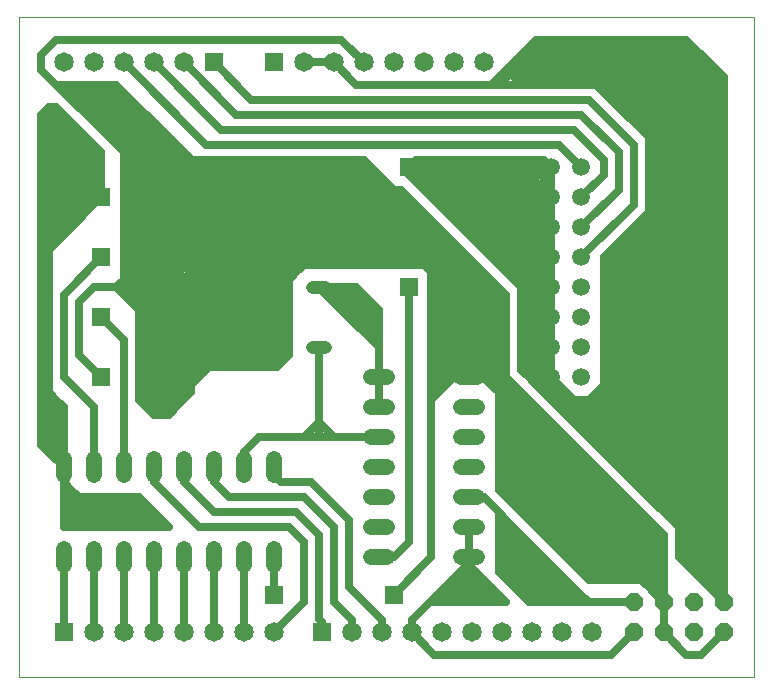
<source format=gbr>
G04 EAGLE Gerber RS-274X export*
G75*
%MOMM*%
%FSLAX34Y34*%
%LPD*%
%INBottom Copper*%
%IPPOS*%
%AMOC8*
5,1,8,0,0,1.08239X$1,22.5*%
G01*
%ADD10R,12.065000X3.810000*%
%ADD11R,6.350000X13.970000*%
%ADD12R,8.255000X19.685000*%
%ADD13R,2.540000X16.510000*%
%ADD14R,3.810000X7.620000*%
%ADD15R,6.350000X3.810000*%
%ADD16R,4.445000X8.255000*%
%ADD17R,7.620000X7.620000*%
%ADD18R,3.175000X6.985000*%
%ADD19R,3.810000X3.810000*%
%ADD20R,1.905000X5.715000*%
%ADD21R,2.540000X15.875000*%
%ADD22R,6.350000X5.715000*%
%ADD23R,3.810000X12.065000*%
%ADD24R,5.080000X9.525000*%
%ADD25R,3.175000X7.620000*%
%ADD26R,3.175000X2.540000*%
%ADD27C,1.320800*%
%ADD28P,1.649562X8X22.500000*%
%ADD29C,1.117600*%
%ADD30C,1.508000*%
%ADD31C,0.076200*%
%ADD32C,1.650000*%
%ADD33R,1.650000X1.650000*%
%ADD34C,0.660400*%
%ADD35R,1.638300X1.638300*%


D10*
X504825Y520700D03*
D11*
X565150Y438150D03*
D12*
X555625Y269875D03*
D13*
X508000Y273050D03*
D14*
X577850Y139700D03*
D15*
X514350Y101600D03*
D16*
X123825Y288925D03*
D17*
X177800Y298450D03*
D18*
X212725Y307975D03*
D19*
X190500Y349250D03*
D20*
X168275Y339725D03*
D21*
X438150Y339725D03*
D22*
X381000Y288925D03*
D23*
X107950Y396875D03*
D24*
X114300Y377825D03*
D25*
X149225Y381000D03*
D26*
X174625Y381000D03*
D27*
X298196Y254000D02*
X311404Y254000D01*
X311404Y228600D02*
X298196Y228600D01*
X298196Y152400D02*
X311404Y152400D01*
X311404Y127000D02*
X298196Y127000D01*
X298196Y203200D02*
X311404Y203200D01*
X311404Y177800D02*
X298196Y177800D01*
X298196Y101600D02*
X311404Y101600D01*
X374396Y101600D02*
X387604Y101600D01*
X387604Y127000D02*
X374396Y127000D01*
X374396Y152400D02*
X387604Y152400D01*
X387604Y177800D02*
X374396Y177800D01*
X374396Y203200D02*
X387604Y203200D01*
X387604Y228600D02*
X374396Y228600D01*
X374396Y254000D02*
X387604Y254000D01*
X215900Y184404D02*
X215900Y171196D01*
X190500Y171196D02*
X190500Y184404D01*
X114300Y184404D02*
X114300Y171196D01*
X88900Y171196D02*
X88900Y184404D01*
X165100Y184404D02*
X165100Y171196D01*
X139700Y171196D02*
X139700Y184404D01*
X63500Y184404D02*
X63500Y171196D01*
X38100Y171196D02*
X38100Y184404D01*
X38100Y108204D02*
X38100Y94996D01*
X63500Y94996D02*
X63500Y108204D01*
X88900Y108204D02*
X88900Y94996D01*
X114300Y94996D02*
X114300Y108204D01*
X139700Y108204D02*
X139700Y94996D01*
X165100Y94996D02*
X165100Y108204D01*
X190500Y108204D02*
X190500Y94996D01*
X215900Y94996D02*
X215900Y108204D01*
D28*
X520700Y38100D03*
X546100Y38100D03*
X571500Y38100D03*
X596900Y38100D03*
X520700Y63500D03*
X546100Y63500D03*
X571500Y63500D03*
X596900Y63500D03*
D29*
X259588Y330200D02*
X248412Y330200D01*
X248412Y279400D02*
X259588Y279400D01*
D30*
X450850Y431800D03*
X476250Y431800D03*
X450850Y406400D03*
X476250Y406400D03*
X450850Y381000D03*
X476250Y381000D03*
X450850Y355600D03*
X476250Y355600D03*
X450850Y330200D03*
X476250Y330200D03*
X450850Y304800D03*
X476250Y304800D03*
X450850Y279400D03*
X476250Y279400D03*
X450850Y254000D03*
X476250Y254000D03*
D31*
X622300Y558800D02*
X0Y558800D01*
X622300Y558800D02*
X622300Y0D01*
X0Y0D01*
X0Y558800D01*
D32*
X393700Y520700D03*
X368300Y520700D03*
X342900Y520700D03*
X317500Y520700D03*
D33*
X215900Y520700D03*
D32*
X63500Y520700D03*
D34*
X114300Y520700D02*
X171450Y463550D01*
X469900Y463550D01*
X495300Y438150D01*
X495300Y425450D01*
X476250Y406400D01*
D32*
X114300Y520700D03*
D34*
X165100Y520700D02*
X196850Y488950D01*
X482600Y488950D01*
X520700Y450850D01*
X520700Y400050D01*
X476250Y355600D01*
D33*
X165100Y520700D03*
D32*
X434340Y38100D03*
X408940Y38100D03*
X383540Y38100D03*
D34*
X307340Y38100D02*
X307340Y48260D01*
X279400Y76200D01*
X279400Y133350D01*
X247650Y165100D01*
X222250Y165100D01*
X215900Y171450D01*
X215900Y177800D01*
D32*
X307340Y38100D03*
D34*
X281940Y38100D02*
X281940Y48260D01*
X266700Y63500D01*
X165100Y165100D02*
X165100Y177800D01*
X165100Y165100D02*
X177800Y152400D01*
X241300Y152400D01*
X266700Y127000D01*
X266700Y63500D01*
D32*
X281940Y38100D03*
D34*
X165100Y38100D02*
X165100Y101600D01*
D32*
X165100Y38100D03*
D34*
X63500Y38100D02*
X63500Y101600D01*
D32*
X63500Y38100D03*
D34*
X88900Y38100D02*
X88900Y101600D01*
D32*
X88900Y38100D03*
D34*
X114300Y38100D02*
X114300Y101600D01*
D32*
X114300Y38100D03*
D34*
X139700Y38100D02*
X139700Y101600D01*
D32*
X139700Y38100D03*
D34*
X38100Y38100D02*
X38100Y101600D01*
D33*
X38100Y38100D03*
D32*
X38100Y520700D03*
D34*
X190500Y101600D02*
X190500Y38100D01*
D32*
X190500Y38100D03*
X459740Y38100D03*
X485140Y38100D03*
D34*
X114300Y165100D02*
X114300Y177800D01*
X114300Y165100D02*
X152400Y127000D01*
X228600Y127000D01*
X241300Y114300D01*
X241300Y63500D01*
X215900Y38100D01*
D32*
X215900Y38100D03*
X358140Y38100D03*
D34*
X476250Y431800D02*
X457200Y450850D01*
X158750Y450850D01*
X88900Y520700D01*
D32*
X88900Y520700D03*
D34*
X476250Y381000D02*
X508000Y412750D01*
X508000Y444500D01*
X476250Y476250D01*
X184150Y476250D02*
X139700Y520700D01*
X184150Y476250D02*
X476250Y476250D01*
D32*
X139700Y520700D03*
D34*
X63500Y228600D02*
X63500Y177800D01*
X63500Y228600D02*
X38100Y254000D01*
X38100Y323850D01*
X69850Y355600D01*
D33*
X69850Y355600D03*
D34*
X69850Y304800D02*
X88900Y285750D01*
X88900Y177800D01*
D33*
X69850Y304800D03*
D34*
X256540Y46990D02*
X256540Y38100D01*
X256540Y46990D02*
X254000Y49530D01*
X254000Y120650D01*
X234950Y139700D01*
X165100Y139700D01*
X139700Y165100D01*
X139700Y177800D01*
D33*
X256540Y38100D03*
D34*
X190500Y190500D02*
X203200Y203200D01*
X190500Y190500D02*
X190500Y177800D01*
X241300Y203200D02*
X254000Y203200D01*
X241300Y203200D02*
X203200Y203200D01*
X266700Y203200D02*
X304800Y203200D01*
X266700Y203200D02*
X254000Y203200D01*
X254000Y215900D01*
X254000Y279400D01*
X254000Y215900D02*
X241300Y203200D01*
X254000Y215900D02*
X266700Y203200D01*
X304800Y228600D02*
X304800Y254000D01*
X304800Y279400D01*
X260350Y323850D01*
X254000Y330200D01*
X304800Y285750D02*
X304800Y254000D01*
X304800Y298450D02*
X304800Y311150D01*
X292100Y323850D02*
X285750Y330200D01*
X254000Y330200D01*
X260350Y323850D02*
X266700Y323850D01*
X292100Y323850D01*
X304800Y311150D01*
X298450Y311150D01*
X292100Y317500D01*
X285750Y317500D01*
X273050Y317500D01*
X266700Y323850D01*
X273050Y317500D02*
X279400Y311150D01*
X304800Y285750D01*
X304800Y292100D01*
X304800Y298450D01*
X285750Y317500D01*
X279400Y311150D01*
X285750Y311150D01*
X298450Y298450D01*
X298450Y311150D01*
X298450Y298450D02*
X304800Y292100D01*
X304800Y101600D02*
X317500Y101600D01*
X330200Y114300D01*
X50800Y425450D02*
X44450Y425450D01*
X38100Y431800D01*
X31750Y438150D01*
X31750Y444500D01*
X50800Y425450D01*
X50800Y431800D01*
X31750Y450850D01*
X31750Y444500D01*
X31750Y438150D02*
X31750Y425450D01*
X38100Y431800D01*
X38100Y425450D02*
X44450Y425450D01*
X44450Y419100D02*
X50800Y425450D01*
X44450Y419100D02*
X31750Y419100D01*
X38100Y425450D01*
X31750Y425450D02*
X31750Y419100D01*
X31750Y406400D01*
X31750Y450850D02*
X31750Y457200D01*
X31750Y463550D01*
X31750Y469900D01*
X57150Y444500D01*
X50800Y438150D02*
X31750Y457200D01*
X57150Y444500D02*
X57150Y438150D01*
X31750Y463550D01*
X50800Y438150D02*
X57150Y438150D01*
X38100Y412750D02*
X31750Y406400D01*
X38100Y412750D02*
X31750Y419100D01*
X31750Y406400D02*
X31750Y400050D01*
X44450Y412750D01*
X38100Y412750D01*
X57150Y431800D02*
X57150Y438150D01*
X57150Y431800D02*
X50800Y438150D01*
X31750Y469900D02*
X25400Y476250D01*
X25400Y482600D02*
X31750Y482600D01*
X44450Y412750D02*
X44450Y406400D01*
X31750Y400050D02*
X25400Y393700D01*
X25400Y476250D01*
X25400Y393700D02*
X25400Y387350D01*
X44450Y406400D01*
X19050Y476250D02*
X25400Y482600D01*
X50800Y412750D02*
X44450Y406400D01*
X31750Y476250D02*
X25400Y476250D01*
X57150Y431800D02*
X57150Y425450D01*
X50800Y419100D02*
X44450Y412750D01*
X50800Y419100D02*
X57150Y425450D01*
X57150Y419100D02*
X50800Y419100D01*
X57150Y419100D02*
X57150Y425450D01*
X63500Y444500D02*
X31750Y476250D01*
X50800Y412750D02*
X57150Y412750D01*
X19050Y381000D02*
X19050Y476250D01*
X25400Y387350D02*
X19050Y381000D01*
X19050Y374650D01*
X57150Y412750D01*
X63500Y412750D02*
X63500Y444500D01*
X57150Y419100D02*
X63500Y412750D01*
X69850Y431800D02*
X63500Y438150D01*
X69850Y406400D02*
X25400Y361950D01*
X69850Y406400D02*
X69850Y412750D01*
X69850Y431800D01*
X69850Y412750D02*
X63500Y412750D01*
X19050Y368300D01*
X19050Y374650D01*
X19050Y368300D02*
X19050Y361950D01*
X69850Y412750D01*
X25400Y196850D02*
X31750Y190500D01*
X25400Y241300D02*
X25400Y361950D01*
X25400Y241300D02*
X25400Y196850D01*
X31750Y234950D02*
X25400Y241300D01*
X31750Y234950D02*
X31750Y190500D01*
X19050Y247650D02*
X19050Y361950D01*
X19050Y247650D02*
X25400Y241300D01*
X19050Y247650D02*
X19050Y196850D01*
X38100Y228600D02*
X31750Y234950D01*
X38100Y228600D02*
X38100Y177800D01*
X19050Y196850D01*
X69850Y444500D02*
X31750Y482600D01*
X69850Y444500D02*
X69850Y431800D01*
X330200Y330200D02*
X330200Y114300D01*
D33*
X69850Y406400D03*
X330200Y431800D03*
X330200Y330200D03*
D34*
X393700Y152400D02*
X406400Y139700D01*
X412750Y133350D01*
X476250Y69850D01*
X482600Y63500D01*
X393700Y152400D02*
X381000Y152400D01*
X482600Y63500D02*
X520700Y63500D01*
X406400Y88900D02*
X406400Y139700D01*
X406400Y88900D02*
X431800Y63500D01*
X482600Y63500D01*
X412750Y127000D02*
X412750Y133350D01*
X412750Y127000D02*
X412750Y88900D01*
X431800Y69850D01*
X469900Y69850D01*
X476250Y69850D01*
X469900Y69850D02*
X463550Y76200D01*
X419100Y120650D01*
X412750Y127000D01*
X419100Y120650D02*
X419100Y114300D01*
X419100Y88900D01*
X431800Y76200D01*
X457200Y76200D01*
X463550Y76200D01*
X457200Y76200D02*
X450850Y82550D01*
X425450Y107950D01*
X419100Y114300D01*
X425450Y107950D02*
X425450Y101600D01*
X425450Y88900D01*
X431800Y82550D01*
X438150Y82550D01*
X444500Y82550D01*
X450850Y82550D01*
X444500Y82550D02*
X431800Y95250D01*
X431800Y88900D01*
X438150Y82550D01*
X438150Y88900D01*
X425450Y101600D01*
X332740Y48260D02*
X332740Y38100D01*
X351790Y19050D01*
X501650Y19050D02*
X520700Y38100D01*
X501650Y19050D02*
X351790Y19050D01*
X332740Y48260D02*
X381000Y96520D01*
X381000Y101600D02*
X381000Y127000D01*
X381000Y101600D02*
X381000Y96520D01*
D32*
X332740Y38100D03*
D34*
X266700Y520700D02*
X241300Y520700D01*
X266700Y520700D02*
X285750Y501650D01*
X444500Y501650D02*
X488950Y501650D01*
X444500Y501650D02*
X406400Y501650D01*
X400050Y501650D01*
X285750Y501650D01*
X488950Y501650D02*
X495300Y501650D01*
X488950Y501650D02*
X533400Y457200D01*
X533400Y393700D01*
X450850Y381000D02*
X450850Y406400D01*
X450850Y381000D02*
X450850Y355600D01*
X495300Y355600D02*
X533400Y393700D01*
X495300Y241300D02*
X495300Y234950D01*
X495300Y247650D02*
X495300Y355600D01*
X450850Y355600D02*
X450850Y330200D01*
X450850Y304800D01*
X482600Y234950D02*
X488950Y234950D01*
X495300Y234950D01*
X450850Y279400D02*
X450850Y304800D01*
X450850Y260350D02*
X450850Y254000D01*
X450850Y260350D02*
X450850Y279400D01*
X450850Y254000D02*
X469900Y234950D01*
X400050Y501650D02*
X438150Y539750D01*
X444500Y539750D01*
X565150Y539750D01*
X596900Y508000D01*
X596900Y95250D01*
X596900Y82550D02*
X596900Y69850D01*
X596900Y63500D01*
X406400Y501650D02*
X438150Y533400D01*
X444500Y539750D01*
X444500Y501650D01*
X438150Y508000D01*
X438150Y520700D01*
X438150Y527050D02*
X438150Y533400D01*
X438150Y527050D02*
X425450Y514350D01*
X419100Y508000D01*
X438150Y508000D01*
X431800Y514350D01*
X425450Y514350D01*
X438150Y520700D02*
X438150Y527050D01*
X438150Y520700D02*
X431800Y514350D01*
X533400Y463550D02*
X539750Y463550D01*
X533400Y463550D02*
X495300Y501650D01*
X501650Y501650D01*
X527050Y501650D02*
X533400Y501650D01*
X533400Y469900D01*
X527050Y476250D01*
X508000Y495300D01*
X501650Y501650D01*
X514350Y501650D01*
X520700Y501650D02*
X527050Y501650D01*
X527050Y495300D01*
X527050Y482600D02*
X527050Y476250D01*
X527050Y482600D02*
X527050Y495300D01*
X520700Y501650D01*
X514350Y501650D01*
X508000Y495300D01*
X514350Y495300D01*
X520700Y495300D01*
X520700Y488950D01*
X514350Y495300D01*
X520700Y488950D02*
X527050Y482600D01*
X558800Y101600D02*
X596900Y63500D01*
X558800Y101600D02*
X558800Y127000D01*
X514350Y171450D01*
X501650Y355600D02*
X495300Y355600D01*
X508000Y355600D02*
X520700Y355600D01*
X533400Y355600D01*
X533400Y361950D01*
X533400Y368300D01*
X533400Y381000D02*
X533400Y387350D01*
X501650Y355600D01*
X508000Y355600D01*
X514350Y361950D01*
X527050Y374650D02*
X533400Y381000D01*
X533400Y368300D01*
X520700Y355600D01*
X514350Y361950D01*
X527050Y374650D01*
X527050Y368300D01*
X520700Y361950D01*
X533400Y361950D01*
X590550Y76200D02*
X596900Y69850D01*
X590550Y76200D02*
X565150Y101600D01*
X571500Y101600D01*
X584200Y101600D02*
X590550Y101600D01*
X596900Y95250D01*
X596900Y88900D01*
X596900Y82550D02*
X590550Y76200D01*
X590550Y82550D01*
X571500Y101600D01*
X577850Y101600D01*
X584200Y101600D01*
X596900Y88900D01*
X596900Y82550D01*
X577850Y101600D01*
X558800Y127000D02*
X558800Y133350D01*
X558800Y139700D02*
X558800Y146050D01*
X558800Y152400D02*
X558800Y158750D01*
X558800Y165100D02*
X558800Y171450D01*
X552450Y171450D01*
X546100Y171450D01*
X539750Y171450D02*
X533400Y171450D01*
X527050Y171450D02*
X520700Y171450D01*
X558800Y133350D01*
X558800Y139700D01*
X527050Y171450D01*
X533400Y171450D01*
X558800Y146050D01*
X558800Y152400D01*
X539750Y171450D01*
X546100Y171450D01*
X558800Y158750D01*
X558800Y165100D01*
X552450Y171450D01*
X514350Y171450D02*
X514350Y177800D01*
X508000Y184150D01*
X501650Y190500D01*
X514350Y190500D01*
X520700Y184150D01*
X508000Y184150D01*
X501650Y190500D02*
X444500Y247650D01*
X450850Y247650D01*
X495300Y203200D01*
X495300Y209550D01*
X469900Y234950D01*
X476250Y234950D01*
X482600Y228600D01*
X488950Y222250D02*
X495300Y215900D01*
X495300Y222250D01*
X495300Y228600D01*
X488950Y234950D01*
X482600Y228600D01*
X488950Y222250D02*
X495300Y222250D01*
X488950Y222250D02*
X482600Y228600D01*
X488950Y228600D01*
X495300Y222250D01*
X482600Y234950D02*
X476250Y234950D01*
X482600Y234950D02*
X495300Y247650D01*
X495300Y241300D01*
X488950Y234950D01*
X438150Y247650D02*
X514350Y171450D01*
X438150Y247650D02*
X431800Y254000D01*
X425450Y260350D01*
X425450Y330200D01*
X425450Y336550D02*
X336550Y419100D01*
X425450Y260350D02*
X438150Y260350D01*
X450850Y260350D01*
X438150Y260350D02*
X431800Y254000D01*
X450850Y254000D01*
X444500Y254000D01*
X438150Y247650D01*
X330200Y431800D02*
X336550Y438150D01*
X444500Y438150D01*
X450850Y431800D01*
X450850Y425450D01*
X450850Y406400D01*
X425450Y336550D02*
X425450Y330200D01*
X336550Y419100D01*
X330200Y425450D01*
X330200Y431800D01*
X444500Y431800D01*
X450850Y425450D01*
X444500Y419100D01*
X444500Y425450D01*
X419100Y425450D01*
X406400Y425450D01*
X387350Y425450D02*
X381000Y425450D01*
X374650Y425450D02*
X368300Y425450D01*
X361950Y425450D01*
X355600Y425450D02*
X349250Y425450D01*
X342900Y425450D02*
X336550Y425450D01*
X330200Y425450D01*
X336550Y425450D02*
X425450Y336550D01*
X425450Y342900D01*
X342900Y425450D01*
X349250Y425450D01*
X425450Y349250D01*
X425450Y355600D01*
X355600Y425450D01*
X361950Y425450D01*
X365760Y421640D01*
X425450Y361950D01*
X425450Y368300D01*
X368300Y425450D01*
X425450Y374650D02*
X425450Y368300D01*
X425450Y374650D02*
X374650Y425450D01*
X381000Y425450D01*
X425450Y381000D01*
X425450Y387350D01*
X387350Y425450D01*
X393700Y425450D01*
X400050Y425450D01*
X431800Y393700D01*
X425450Y393700D01*
X393700Y425450D01*
X400050Y425450D02*
X406400Y425450D01*
X412750Y419100D01*
X419100Y412750D02*
X425450Y406400D01*
X425450Y419100D01*
X419100Y425450D01*
X412750Y419100D01*
X419100Y412750D01*
X425450Y419100D01*
X419100Y419100D01*
X425450Y419100D02*
X438150Y419100D01*
D32*
X241300Y520700D03*
X266700Y520700D03*
D35*
X365760Y421640D03*
D34*
X38100Y139700D02*
X38100Y127000D01*
X44450Y127000D01*
X114300Y127000D01*
X120650Y127000D02*
X127000Y127000D01*
X101600Y152400D01*
X50800Y152400D01*
X44450Y158750D01*
X38100Y165100D01*
X38100Y152400D01*
X50800Y152400D01*
X44450Y146050D01*
X38100Y139700D01*
X38100Y146050D02*
X38100Y152400D01*
X44450Y158750D01*
X44450Y152400D01*
X38100Y146050D01*
X38100Y139700D01*
X44450Y133350D01*
X44450Y127000D01*
X44450Y133350D02*
X44450Y139700D01*
X50800Y139700D01*
X57150Y146050D01*
X44450Y146050D01*
X57150Y146050D02*
X101600Y146050D01*
X114300Y133350D01*
X120650Y127000D01*
X114300Y127000D01*
X101600Y139700D01*
X50800Y139700D01*
X44450Y133350D01*
X114300Y133350D01*
X292100Y520700D02*
X273050Y539750D01*
X31750Y539750D01*
X19050Y527050D01*
X19050Y514350D01*
X31750Y501650D01*
X38100Y501650D01*
X82550Y501650D01*
X152400Y431800D01*
X158750Y425450D02*
X203200Y381000D01*
X101600Y304800D02*
X101600Y298450D01*
X101600Y247650D01*
X101600Y241300D02*
X101600Y234950D01*
X107950Y228600D01*
X114300Y222250D01*
X127000Y222250D01*
X133350Y228600D01*
X146050Y241300D01*
X146050Y247650D01*
X158750Y260350D01*
X161290Y262890D01*
X218440Y262890D01*
X228600Y273050D01*
X63500Y330200D02*
X50800Y317500D01*
X50800Y273050D01*
X69850Y254000D01*
X63500Y330200D02*
X82550Y330200D01*
X88900Y330200D01*
X95250Y330200D02*
X99060Y330200D01*
X157480Y388620D01*
X191770Y388620D01*
X101600Y311150D02*
X82550Y330200D01*
X228600Y336550D02*
X228600Y342900D01*
X203200Y368300D01*
X196850Y368300D02*
X171450Y368300D01*
X196850Y368300D02*
X203200Y368300D01*
X171450Y368300D02*
X127000Y323850D01*
X171450Y368300D02*
X191770Y388620D01*
X127000Y323850D02*
X107950Y304800D01*
X101600Y304800D01*
X101600Y317500D01*
X88900Y330200D01*
X95250Y330200D01*
X101600Y323850D01*
X107950Y317500D01*
X114300Y323850D02*
X101600Y323850D01*
X114300Y323850D02*
X120650Y323850D01*
X127000Y323850D01*
X120650Y323850D02*
X107950Y311150D01*
X101600Y317500D01*
X107950Y317500D01*
X114300Y323850D01*
X114300Y317500D01*
X101600Y304800D01*
X101600Y298450D02*
X107950Y304800D01*
X107950Y228600D02*
X133350Y228600D01*
X133350Y234950D01*
X139700Y241300D02*
X146050Y247650D01*
X133350Y247650D01*
X127000Y247650D01*
X120650Y247650D01*
X114300Y247650D01*
X107950Y247650D01*
X101600Y247650D02*
X101600Y241300D01*
X107950Y234950D01*
X120650Y234950D01*
X127000Y234950D02*
X133350Y234950D01*
X139700Y241300D01*
X133350Y247650D01*
X133350Y241300D01*
X127000Y247650D01*
X127000Y241300D01*
X120650Y247650D01*
X120650Y241300D01*
X114300Y247650D01*
X114300Y241300D01*
X107950Y241300D01*
X101600Y247650D01*
X107950Y247650D01*
X120650Y234950D01*
X127000Y234950D01*
X133350Y241300D01*
X120650Y241300D01*
X139700Y260350D02*
X152400Y260350D01*
X158750Y260350D01*
X152400Y260350D02*
X146050Y254000D01*
X203200Y374650D02*
X203200Y381000D01*
X203200Y374650D02*
X203200Y368300D01*
X63500Y469900D02*
X31750Y501650D01*
X63500Y469900D02*
X69850Y469900D01*
X76200Y469900D02*
X82550Y469900D01*
X88900Y463550D01*
X127000Y425450D01*
X88900Y457200D02*
X88900Y463550D01*
X88900Y457200D02*
X88900Y444500D01*
X88900Y336550D01*
X82550Y330200D01*
X44450Y495300D02*
X38100Y501650D01*
X44450Y495300D02*
X63500Y476250D01*
X82550Y476250D01*
X82550Y482600D01*
X82550Y488950D02*
X82550Y495300D01*
X76200Y495300D01*
X63500Y495300D01*
X57150Y488950D02*
X50800Y495300D01*
X57150Y488950D02*
X63500Y482600D01*
X76200Y482600D01*
X76200Y488950D02*
X76200Y495300D01*
X50800Y495300D02*
X44450Y495300D01*
X50800Y495300D02*
X63500Y495300D01*
X69850Y488950D01*
X57150Y488950D01*
X69850Y488950D02*
X76200Y488950D01*
X76200Y482600D01*
X82550Y495300D02*
X139700Y438150D01*
X203200Y374650D01*
X196850Y374650D01*
X82550Y488950D01*
X82550Y482600D01*
X196850Y368300D01*
X171450Y387350D02*
X76200Y482600D01*
X228600Y336550D02*
X228600Y273050D01*
X228600Y336550D02*
X234950Y342900D01*
X88900Y444500D02*
X63500Y469900D01*
X69850Y469900D02*
X95250Y444500D01*
X76200Y469900D02*
X69850Y469900D01*
X76200Y469900D02*
X88900Y457200D01*
X412750Y254000D02*
X419100Y247650D01*
X425450Y241300D01*
X546100Y120650D01*
X215900Y101600D02*
X215900Y69850D01*
X317500Y69850D02*
X349250Y101600D01*
X349250Y234950D01*
X368300Y254000D01*
X381000Y266700D02*
X393700Y279400D01*
X381000Y260350D02*
X381000Y254000D01*
X381000Y260350D02*
X381000Y266700D01*
X381000Y254000D02*
X393700Y254000D01*
X400050Y247650D01*
X406400Y165100D02*
X406400Y158750D01*
X406400Y165100D02*
X406400Y171450D01*
X406400Y241300D01*
X406400Y158750D02*
X482600Y82550D01*
X577850Y19050D02*
X596900Y38100D01*
X577850Y19050D02*
X565150Y19050D01*
X546100Y38100D02*
X546100Y63500D01*
X546100Y38100D02*
X565150Y19050D01*
X520700Y82550D02*
X482600Y82550D01*
X539750Y69850D02*
X546100Y63500D01*
X539750Y69850D02*
X533400Y76200D01*
X527050Y82550D01*
X381000Y254000D02*
X368300Y254000D01*
X520700Y82550D02*
X527050Y82550D01*
X520700Y82550D02*
X438150Y165100D01*
X438150Y177800D01*
X438150Y190500D02*
X438150Y196850D01*
X546100Y120650D02*
X546100Y82550D01*
X546100Y76200D01*
X546100Y63500D01*
X539750Y82550D02*
X527050Y82550D01*
X539750Y82550D02*
X546100Y82550D01*
X539750Y82550D02*
X533400Y76200D01*
X546100Y76200D01*
X539750Y69850D01*
X482600Y82550D02*
X482600Y88900D01*
X406400Y165100D01*
X412750Y165100D01*
X482600Y95250D01*
X482600Y101600D01*
X419100Y165100D01*
X425450Y165100D01*
X482600Y107950D01*
X482600Y114300D01*
X431800Y165100D01*
X444500Y165100D01*
X488950Y120650D01*
X488950Y127000D01*
X450850Y165100D01*
X488950Y127000D02*
X495300Y120650D01*
X539750Y120650D01*
X533400Y127000D01*
X457200Y203200D01*
X419100Y241300D01*
X457200Y203200D02*
X457200Y196850D01*
X457200Y190500D01*
X457200Y184150D02*
X457200Y177800D01*
X501650Y127000D02*
X508000Y127000D01*
X514350Y127000D02*
X520700Y127000D01*
X527050Y127000D02*
X533400Y127000D01*
X527050Y127000D02*
X457200Y196850D01*
X520700Y127000D02*
X527050Y127000D01*
X520700Y127000D02*
X457200Y190500D01*
X457200Y184150D02*
X514350Y127000D01*
X508000Y127000D01*
X457200Y177800D01*
X457200Y171450D01*
X457200Y165100D01*
X495300Y127000D01*
X501650Y127000D01*
X457200Y171450D01*
X457200Y165100D02*
X412750Y165100D01*
X406400Y171450D01*
X412750Y171450D01*
X425450Y171450D01*
X444500Y171450D02*
X450850Y171450D01*
X457200Y171450D01*
X457200Y184150D02*
X457200Y190500D01*
X457200Y196850D02*
X412750Y241300D01*
X412750Y234950D01*
X412750Y171450D01*
X419100Y177800D01*
X419100Y184150D01*
X419100Y190500D01*
X419100Y203200D02*
X419100Y209550D01*
X419100Y215900D01*
X419100Y222250D02*
X419100Y228600D01*
X412750Y234950D01*
X419100Y228600D02*
X450850Y196850D01*
X450850Y190500D01*
X450850Y171450D01*
X450850Y190500D02*
X419100Y222250D01*
X419100Y215900D01*
X431800Y203200D01*
X438150Y196850D01*
X431800Y203200D02*
X425450Y203200D01*
X419100Y209550D01*
X425450Y209550D01*
X444500Y190500D01*
X444500Y171450D01*
X425450Y171450D01*
X419100Y177800D01*
X425450Y177800D01*
X431800Y177800D02*
X438150Y177800D01*
X438150Y190500D01*
X431800Y196850D01*
X425450Y196850D01*
X419100Y203200D01*
X419100Y190500D01*
X425450Y184150D01*
X425450Y196850D01*
X431800Y190500D01*
X431800Y177800D01*
X425450Y177800D01*
X419100Y184150D01*
X425450Y184150D01*
X431800Y177800D01*
X349250Y234950D02*
X349250Y241300D01*
X349250Y247650D01*
X349250Y323850D01*
X349250Y342900D01*
X412750Y260350D02*
X412750Y254000D01*
X412750Y260350D02*
X412750Y266700D01*
X412750Y273050D01*
X412750Y279400D02*
X412750Y285750D01*
X412750Y292100D02*
X412750Y323850D01*
X323850Y412750D01*
X406400Y241300D02*
X425450Y241300D01*
X406400Y241300D02*
X400050Y247650D01*
X412750Y247650D01*
X419100Y247650D01*
X412750Y247650D02*
X406400Y254000D01*
X393700Y254000D01*
X406400Y254000D02*
X412750Y260350D01*
X406400Y260350D01*
X381000Y260350D01*
X406400Y260350D02*
X412750Y266700D01*
X406400Y266700D01*
X400050Y266700D02*
X387350Y266700D01*
X393700Y273050D01*
X412750Y292100D01*
X412750Y285750D01*
X400050Y273050D01*
X406400Y273050D01*
X412750Y279400D01*
X412750Y273050D01*
X406400Y266700D01*
X400050Y266700D01*
X393700Y273050D01*
X387350Y266700D02*
X381000Y260350D01*
X368300Y260350D02*
X349250Y241300D01*
X368300Y260350D02*
X381000Y260350D01*
X368300Y260350D02*
X361950Y260350D01*
X355600Y260350D01*
X355600Y254000D01*
X349250Y247650D01*
X355600Y254000D02*
X361950Y260350D01*
X254000Y438150D02*
X139700Y438150D01*
X254000Y438150D02*
X349250Y342900D01*
X323850Y412750D02*
X317500Y412750D01*
X292100Y438150D01*
X254000Y438150D01*
X279400Y431800D02*
X158750Y431800D01*
X285750Y431800D02*
X292100Y431800D01*
X298450Y431800D01*
X406400Y323850D01*
X406400Y317500D01*
X292100Y431800D01*
X292100Y425450D01*
X393700Y323850D01*
X400050Y317500D01*
X355600Y317500D01*
X349250Y323850D01*
X387350Y323850D01*
X393700Y323850D01*
X387350Y323850D02*
X381000Y330200D01*
X374650Y336550D02*
X368300Y342900D01*
X279400Y431800D01*
X285750Y431800D01*
X292100Y425450D01*
X279400Y425450D01*
X273050Y425450D02*
X158750Y425450D01*
X152400Y431800D01*
X158750Y431800D01*
X171450Y419100D01*
X184150Y406400D01*
X209550Y381000D01*
X209550Y374650D01*
X209550Y368300D01*
X234950Y342900D01*
X241300Y349250D01*
X285750Y349250D01*
X298450Y349250D02*
X304800Y349250D01*
X311150Y349250D02*
X317500Y349250D01*
X323850Y349250D02*
X330200Y349250D01*
X336550Y349250D02*
X342900Y349250D01*
X355600Y336550D01*
X361950Y336550D02*
X374650Y336550D01*
X381000Y330200D01*
X355600Y330200D01*
X355600Y336550D01*
X355600Y342900D01*
X355600Y349250D01*
X361950Y342900D01*
X361950Y336550D02*
X355600Y336550D01*
X361950Y336550D02*
X368300Y342900D01*
X355600Y342900D01*
X355600Y330200D02*
X355600Y317500D01*
X355600Y342900D02*
X273050Y425450D01*
X279400Y425450D01*
X355600Y349250D01*
X177800Y419100D02*
X171450Y419100D01*
X254000Y419100D02*
X266700Y419100D01*
X336550Y349250D01*
X330200Y349250D01*
X266700Y412750D01*
X254000Y412750D01*
X190500Y412750D02*
X184150Y412750D01*
X177800Y419100D01*
X254000Y419100D01*
X323850Y349250D01*
X317500Y349250D01*
X254000Y412750D01*
X190500Y412750D01*
X184150Y406400D01*
X190500Y406400D01*
X234950Y406400D02*
X247650Y406400D01*
X254000Y406400D01*
X304800Y355600D01*
X311150Y349250D01*
X304800Y349250D01*
X247650Y406400D01*
X247650Y400050D01*
X292100Y355600D01*
X285750Y355600D01*
X241300Y400050D01*
X241300Y393700D01*
X285750Y349250D01*
X298450Y349250D01*
X304800Y355600D01*
X292100Y355600D01*
X285750Y355600D02*
X273050Y355600D01*
X241300Y355600D01*
X234950Y349250D01*
X209550Y374650D01*
X209550Y387350D02*
X196850Y400050D01*
X190500Y406400D01*
X234950Y406400D01*
X241300Y400050D01*
X228600Y400050D01*
X203200Y400050D02*
X196850Y400050D01*
X222250Y400050D02*
X228600Y400050D01*
X266700Y361950D01*
X260350Y361950D01*
X254000Y361950D02*
X241300Y361950D01*
X234950Y355600D01*
X209550Y387350D02*
X209550Y393700D01*
X203200Y400050D02*
X222250Y400050D01*
X260350Y361950D01*
X254000Y361950D01*
X247650Y368300D01*
X222250Y393700D01*
X215900Y393700D01*
X209550Y393700D01*
X203200Y400050D01*
X209550Y393700D02*
X215900Y387350D01*
X241300Y361950D02*
X247650Y368300D01*
X241300Y368300D01*
X215900Y393700D01*
X222250Y393700D02*
X234950Y393700D01*
X247650Y406400D01*
X247650Y400050D02*
X247650Y381000D01*
X273050Y355600D01*
X241300Y355600D02*
X234950Y355600D01*
X209550Y381000D01*
X209550Y387350D01*
X215900Y387350D01*
X241300Y361950D01*
X241300Y355600D01*
X209550Y387350D01*
D32*
X292100Y520700D03*
D33*
X69850Y254000D03*
X317500Y69850D03*
X215900Y69850D03*
D34*
X558800Y533400D02*
X565150Y533400D01*
X590550Y508000D01*
X584200Y508000D01*
X577850Y508000D02*
X571500Y508000D01*
X565150Y508000D01*
X565150Y514350D01*
X565150Y520700D02*
X565150Y527050D01*
X584200Y508000D01*
X577850Y508000D01*
X565150Y520700D01*
X565150Y514350D01*
X571500Y508000D01*
X381000Y95250D02*
X412750Y63500D01*
X406400Y63500D01*
X400050Y63500D02*
X393700Y63500D01*
X387350Y63500D02*
X374650Y63500D01*
X368300Y63500D01*
X361950Y63500D02*
X355600Y63500D01*
X349250Y63500D01*
X355600Y63500D02*
X381000Y88900D01*
X406400Y63500D01*
X400050Y63500D01*
X381000Y82550D01*
X361950Y63500D01*
X368300Y63500D01*
X381000Y76200D01*
X393700Y63500D01*
X387350Y63500D01*
X381000Y69850D01*
X374650Y63500D01*
X133350Y323850D02*
X158750Y349250D01*
X158750Y342900D01*
X158750Y336550D01*
X152400Y336550D01*
X158750Y342900D01*
X209550Y355600D02*
X222250Y342900D01*
X215900Y342900D01*
X209550Y342900D01*
X209550Y349250D01*
X215900Y342900D01*
X222250Y279400D02*
X222250Y273050D01*
X215900Y266700D01*
X215900Y273050D02*
X222250Y273050D01*
D35*
X35560Y449580D03*
M02*

</source>
